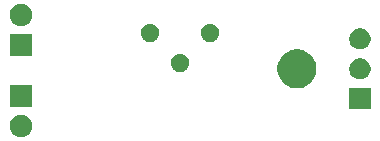
<source format=gbr>
G04 #@! TF.GenerationSoftware,KiCad,Pcbnew,5.1.5-52549c5~86~ubuntu16.04.1*
G04 #@! TF.CreationDate,2020-07-27T16:21:35+05:30*
G04 #@! TF.ProjectId,IR_Sensor_Module_V1.0,49525f53-656e-4736-9f72-5f4d6f64756c,V1.0*
G04 #@! TF.SameCoordinates,Original*
G04 #@! TF.FileFunction,Soldermask,Bot*
G04 #@! TF.FilePolarity,Negative*
%FSLAX46Y46*%
G04 Gerber Fmt 4.6, Leading zero omitted, Abs format (unit mm)*
G04 Created by KiCad (PCBNEW 5.1.5-52549c5~86~ubuntu16.04.1) date 2020-07-27 16:21:35*
%MOMM*%
%LPD*%
G04 APERTURE LIST*
%ADD10C,0.100000*%
G04 APERTURE END LIST*
D10*
G36*
X130579395Y-98653546D02*
G01*
X130752466Y-98725234D01*
X130752467Y-98725235D01*
X130908227Y-98829310D01*
X131040690Y-98961773D01*
X131040691Y-98961775D01*
X131144766Y-99117534D01*
X131216454Y-99290605D01*
X131253000Y-99474333D01*
X131253000Y-99661667D01*
X131216454Y-99845395D01*
X131144766Y-100018466D01*
X131144765Y-100018467D01*
X131040690Y-100174227D01*
X130908227Y-100306690D01*
X130829818Y-100359081D01*
X130752466Y-100410766D01*
X130579395Y-100482454D01*
X130395667Y-100519000D01*
X130208333Y-100519000D01*
X130024605Y-100482454D01*
X129851534Y-100410766D01*
X129774182Y-100359081D01*
X129695773Y-100306690D01*
X129563310Y-100174227D01*
X129459235Y-100018467D01*
X129459234Y-100018466D01*
X129387546Y-99845395D01*
X129351000Y-99661667D01*
X129351000Y-99474333D01*
X129387546Y-99290605D01*
X129459234Y-99117534D01*
X129563309Y-98961775D01*
X129563310Y-98961773D01*
X129695773Y-98829310D01*
X129851533Y-98725235D01*
X129851534Y-98725234D01*
X130024605Y-98653546D01*
X130208333Y-98617000D01*
X130395667Y-98617000D01*
X130579395Y-98653546D01*
G37*
G36*
X159905000Y-98183000D02*
G01*
X158103000Y-98183000D01*
X158103000Y-96381000D01*
X159905000Y-96381000D01*
X159905000Y-98183000D01*
G37*
G36*
X131253000Y-97979000D02*
G01*
X129351000Y-97979000D01*
X129351000Y-96077000D01*
X131253000Y-96077000D01*
X131253000Y-97979000D01*
G37*
G36*
X154045256Y-93133298D02*
G01*
X154151579Y-93154447D01*
X154452042Y-93278903D01*
X154722451Y-93459585D01*
X154952415Y-93689549D01*
X155133097Y-93959958D01*
X155257553Y-94260421D01*
X155268452Y-94315216D01*
X155321000Y-94579389D01*
X155321000Y-94904611D01*
X155301031Y-95005000D01*
X155257553Y-95223579D01*
X155133097Y-95524042D01*
X154952415Y-95794451D01*
X154722451Y-96024415D01*
X154452042Y-96205097D01*
X154151579Y-96329553D01*
X154045256Y-96350702D01*
X153832611Y-96393000D01*
X153507389Y-96393000D01*
X153294744Y-96350702D01*
X153188421Y-96329553D01*
X152887958Y-96205097D01*
X152617549Y-96024415D01*
X152387585Y-95794451D01*
X152206903Y-95524042D01*
X152082447Y-95223579D01*
X152038969Y-95005000D01*
X152019000Y-94904611D01*
X152019000Y-94579389D01*
X152071548Y-94315216D01*
X152082447Y-94260421D01*
X152206903Y-93959958D01*
X152387585Y-93689549D01*
X152617549Y-93459585D01*
X152887958Y-93278903D01*
X153188421Y-93154447D01*
X153294744Y-93133298D01*
X153507389Y-93091000D01*
X153832611Y-93091000D01*
X154045256Y-93133298D01*
G37*
G36*
X159117512Y-93845927D02*
G01*
X159266812Y-93875624D01*
X159430784Y-93943544D01*
X159578354Y-94042147D01*
X159703853Y-94167646D01*
X159802456Y-94315216D01*
X159870376Y-94479188D01*
X159905000Y-94653259D01*
X159905000Y-94830741D01*
X159870376Y-95004812D01*
X159802456Y-95168784D01*
X159703853Y-95316354D01*
X159578354Y-95441853D01*
X159430784Y-95540456D01*
X159266812Y-95608376D01*
X159117512Y-95638073D01*
X159092742Y-95643000D01*
X158915258Y-95643000D01*
X158890488Y-95638073D01*
X158741188Y-95608376D01*
X158577216Y-95540456D01*
X158429646Y-95441853D01*
X158304147Y-95316354D01*
X158205544Y-95168784D01*
X158137624Y-95004812D01*
X158103000Y-94830741D01*
X158103000Y-94653259D01*
X158137624Y-94479188D01*
X158205544Y-94315216D01*
X158304147Y-94167646D01*
X158429646Y-94042147D01*
X158577216Y-93943544D01*
X158741188Y-93875624D01*
X158890488Y-93845927D01*
X158915258Y-93841000D01*
X159092742Y-93841000D01*
X159117512Y-93845927D01*
G37*
G36*
X143889589Y-93472876D02*
G01*
X143988893Y-93492629D01*
X144129206Y-93550748D01*
X144255484Y-93635125D01*
X144362875Y-93742516D01*
X144447252Y-93868794D01*
X144505371Y-94009107D01*
X144535000Y-94158063D01*
X144535000Y-94309937D01*
X144505371Y-94458893D01*
X144447252Y-94599206D01*
X144362875Y-94725484D01*
X144255484Y-94832875D01*
X144129206Y-94917252D01*
X143988893Y-94975371D01*
X143889589Y-94995124D01*
X143839938Y-95005000D01*
X143688062Y-95005000D01*
X143638411Y-94995124D01*
X143539107Y-94975371D01*
X143398794Y-94917252D01*
X143272516Y-94832875D01*
X143165125Y-94725484D01*
X143080748Y-94599206D01*
X143022629Y-94458893D01*
X142993000Y-94309937D01*
X142993000Y-94158063D01*
X143022629Y-94009107D01*
X143080748Y-93868794D01*
X143165125Y-93742516D01*
X143272516Y-93635125D01*
X143398794Y-93550748D01*
X143539107Y-93492629D01*
X143638411Y-93472876D01*
X143688062Y-93463000D01*
X143839938Y-93463000D01*
X143889589Y-93472876D01*
G37*
G36*
X131253000Y-93661000D02*
G01*
X129351000Y-93661000D01*
X129351000Y-91759000D01*
X131253000Y-91759000D01*
X131253000Y-93661000D01*
G37*
G36*
X159117512Y-91305927D02*
G01*
X159266812Y-91335624D01*
X159430784Y-91403544D01*
X159578354Y-91502147D01*
X159703853Y-91627646D01*
X159802456Y-91775216D01*
X159870376Y-91939188D01*
X159905000Y-92113259D01*
X159905000Y-92290741D01*
X159870376Y-92464812D01*
X159802456Y-92628784D01*
X159703853Y-92776354D01*
X159578354Y-92901853D01*
X159430784Y-93000456D01*
X159266812Y-93068376D01*
X159117512Y-93098073D01*
X159092742Y-93103000D01*
X158915258Y-93103000D01*
X158890488Y-93098073D01*
X158741188Y-93068376D01*
X158577216Y-93000456D01*
X158429646Y-92901853D01*
X158304147Y-92776354D01*
X158205544Y-92628784D01*
X158137624Y-92464812D01*
X158103000Y-92290741D01*
X158103000Y-92113259D01*
X158137624Y-91939188D01*
X158205544Y-91775216D01*
X158304147Y-91627646D01*
X158429646Y-91502147D01*
X158577216Y-91403544D01*
X158741188Y-91335624D01*
X158890488Y-91305927D01*
X158915258Y-91301000D01*
X159092742Y-91301000D01*
X159117512Y-91305927D01*
G37*
G36*
X146429589Y-90932876D02*
G01*
X146528893Y-90952629D01*
X146669206Y-91010748D01*
X146795484Y-91095125D01*
X146902875Y-91202516D01*
X146987252Y-91328794D01*
X147045371Y-91469107D01*
X147075000Y-91618063D01*
X147075000Y-91769937D01*
X147045371Y-91918893D01*
X146987252Y-92059206D01*
X146902875Y-92185484D01*
X146795484Y-92292875D01*
X146669206Y-92377252D01*
X146528893Y-92435371D01*
X146429589Y-92455124D01*
X146379938Y-92465000D01*
X146228062Y-92465000D01*
X146178411Y-92455124D01*
X146079107Y-92435371D01*
X145938794Y-92377252D01*
X145812516Y-92292875D01*
X145705125Y-92185484D01*
X145620748Y-92059206D01*
X145562629Y-91918893D01*
X145533000Y-91769937D01*
X145533000Y-91618063D01*
X145562629Y-91469107D01*
X145620748Y-91328794D01*
X145705125Y-91202516D01*
X145812516Y-91095125D01*
X145938794Y-91010748D01*
X146079107Y-90952629D01*
X146178411Y-90932876D01*
X146228062Y-90923000D01*
X146379938Y-90923000D01*
X146429589Y-90932876D01*
G37*
G36*
X141349589Y-90932876D02*
G01*
X141448893Y-90952629D01*
X141589206Y-91010748D01*
X141715484Y-91095125D01*
X141822875Y-91202516D01*
X141907252Y-91328794D01*
X141965371Y-91469107D01*
X141995000Y-91618063D01*
X141995000Y-91769937D01*
X141965371Y-91918893D01*
X141907252Y-92059206D01*
X141822875Y-92185484D01*
X141715484Y-92292875D01*
X141589206Y-92377252D01*
X141448893Y-92435371D01*
X141349589Y-92455124D01*
X141299938Y-92465000D01*
X141148062Y-92465000D01*
X141098411Y-92455124D01*
X140999107Y-92435371D01*
X140858794Y-92377252D01*
X140732516Y-92292875D01*
X140625125Y-92185484D01*
X140540748Y-92059206D01*
X140482629Y-91918893D01*
X140453000Y-91769937D01*
X140453000Y-91618063D01*
X140482629Y-91469107D01*
X140540748Y-91328794D01*
X140625125Y-91202516D01*
X140732516Y-91095125D01*
X140858794Y-91010748D01*
X140999107Y-90952629D01*
X141098411Y-90932876D01*
X141148062Y-90923000D01*
X141299938Y-90923000D01*
X141349589Y-90932876D01*
G37*
G36*
X130579395Y-89255546D02*
G01*
X130752466Y-89327234D01*
X130752467Y-89327235D01*
X130908227Y-89431310D01*
X131040690Y-89563773D01*
X131040691Y-89563775D01*
X131144766Y-89719534D01*
X131216454Y-89892605D01*
X131253000Y-90076333D01*
X131253000Y-90263667D01*
X131216454Y-90447395D01*
X131144766Y-90620466D01*
X131144765Y-90620467D01*
X131040690Y-90776227D01*
X130908227Y-90908690D01*
X130886810Y-90923000D01*
X130752466Y-91012766D01*
X130579395Y-91084454D01*
X130395667Y-91121000D01*
X130208333Y-91121000D01*
X130024605Y-91084454D01*
X129851534Y-91012766D01*
X129717190Y-90923000D01*
X129695773Y-90908690D01*
X129563310Y-90776227D01*
X129459235Y-90620467D01*
X129459234Y-90620466D01*
X129387546Y-90447395D01*
X129351000Y-90263667D01*
X129351000Y-90076333D01*
X129387546Y-89892605D01*
X129459234Y-89719534D01*
X129563309Y-89563775D01*
X129563310Y-89563773D01*
X129695773Y-89431310D01*
X129851533Y-89327235D01*
X129851534Y-89327234D01*
X130024605Y-89255546D01*
X130208333Y-89219000D01*
X130395667Y-89219000D01*
X130579395Y-89255546D01*
G37*
M02*

</source>
